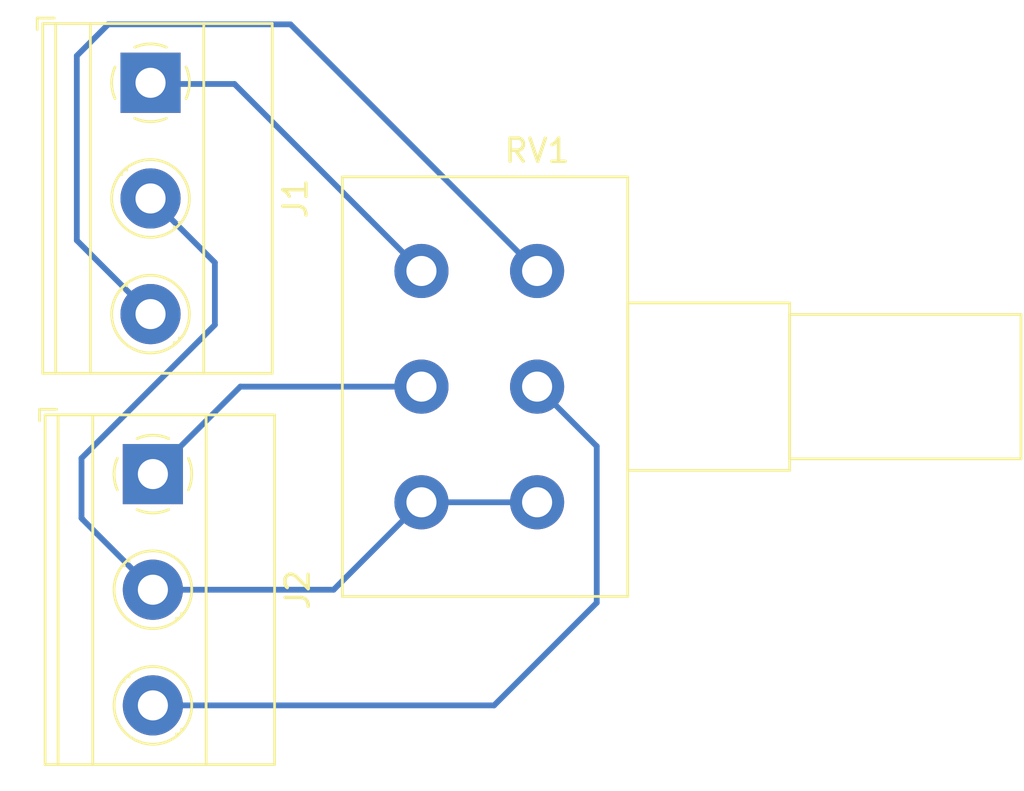
<source format=kicad_pcb>
(kicad_pcb (version 20211014) (generator pcbnew)
  (layers (0 "F.Cu" signal) (31 "B.Cu" signal) (34 "B.Paste" user) (35 "F.Paste" user) (36 "B.SilkS" user "B.Silkscreen") (37 "F.SilkS" user "F.Silkscreen") (38 "B.Mask" user) (39 "F.Mask" user) (44 "Edge.Cuts" user))
  (net 0 "")
  (net 1 "Net-(J1-Pad1)")
  (net 2 "Net-(J1-Pad2)")
  (net 3 "Net-(J1-Pad3)")
  (net 4 "Net-(J2-Pad3)")
  (net 5 "Net-(J2-Pad1)")
  (footprint "TerminalBlock_Phoenix:TerminalBlock_Phoenix_MKDS-1,5-3_1x03_P5.00mm_Horizontal" (layer "F.Cu") (at 23.1267 21.0058 -90)
    (fp_text reference "J1" (at 5 -6.26 90) (layer "F.SilkS"))
    (fp_text value "Screw_Terminal_01x03")
    (fp_line (start 6.275 -1.069) (end 6.228 -1.023) (layer "F.SilkS") (width 0.12))
    (fp_line (start -2.56 2.6) (end 12.56 2.6) (layer "F.SilkS") (width 0.12))
    (fp_line (start -2.56 -5.261) (end -2.56 4.66) (layer "F.SilkS") (width 0.12))
    (fp_line (start -2.56 -5.261) (end 12.56 -5.261) (layer "F.SilkS") (width 0.12))
    (fp_line (start 8.773 1.023) (end 8.726 1.069) (layer "F.SilkS") (width 0.12))
    (fp_line (start 3.966 1.239) (end 3.931 1.274) (layer "F.SilkS") (width 0.12))
    (fp_line (start -2.56 -2.301) (end 12.56 -2.301) (layer "F.SilkS") (width 0.12))
    (fp_line (start -2.56 4.1) (end 12.56 4.1) (layer "F.SilkS") (width 0.12))
    (fp_line (start 12.56 -5.261) (end 12.56 4.66) (layer "F.SilkS") (width 0.12))
    (fp_line (start -2.56 4.66) (end 12.56 4.66) (layer "F.SilkS") (width 0.12))
    (fp_line (start 8.966 1.239) (end 8.931 1.274) (layer "F.SilkS") (width 0.12))
    (fp_line (start -2.8 4.9) (end -2.3 4.9) (layer "F.SilkS") (width 0.12))
    (fp_line (start 11.275 -1.069) (end 11.228 -1.023) (layer "F.SilkS") (width 0.12))
    (fp_line (start 6.07 -1.275) (end 6.035 -1.239) (layer "F.SilkS") (width 0.12))
    (fp_line (start -2.8 4.16) (end -2.8 4.9) (layer "F.SilkS") (width 0.12))
    (fp_line (start 11.07 -1.275) (end 11.035 -1.239) (layer "F.SilkS") (width 0.12))
    (fp_line (start 3.773 1.023) (end 3.726 1.069) (layer "F.SilkS") (width 0.12))
    (fp_arc (start 0.683318 1.534756) (mid 0.349292 1.643288) (end 0 1.68) (layer "F.SilkS") (width 0.12))
    (fp_arc (start -0.683042 -1.535427) (mid 0.000524 -1.680501) (end 0.684 -1.535) (layer "F.SilkS") (width 0.12))
    (fp_arc (start -1.535427 0.683042) (mid -1.680501 -0.000524) (end -1.535 -0.684) (layer "F.SilkS") (width 0.12))
    (fp_arc (start 0.028805 1.680253) (mid -0.335551 1.646659) (end -0.684 1.535) (layer "F.SilkS") (width 0.12))
    (fp_arc (start 1.535427 -0.683042) (mid 1.680501 0.000524) (end 1.535 0.684) (layer "F.SilkS") (width 0.12))
    (fp_circle (center 5 0) (end 6.68 0) (layer "F.SilkS") (width 0.12) (fill none))
    (fp_circle (center 10 0) (end 11.68 0) (layer "F.SilkS") (width 0.12) (fill none))
    (pad "1" thru_hole rect locked (at 0 0 270) (size 2.6 2.6) (drill 1.3) (layers *.Cu *.Mask) (net 1 "Net-(J1-Pad1)"))
    (pad "2" thru_hole circle locked (at 5 0 270) (size 2.6 2.6) (drill 1.3) (layers *.Cu *.Mask) (net 2 "Net-(J1-Pad2)"))
    (pad "3" thru_hole circle locked (at 10 0 270) (size 2.6 2.6) (drill 1.3) (layers *.Cu *.Mask) (net 3 "Net-(J1-Pad3)"))
  )
  (footprint "TerminalBlock_Phoenix:TerminalBlock_Phoenix_MKDS-1,5-3_1x03_P5.00mm_Horizontal" (layer "F.Cu") (at 23.2283 37.9222 -90)
    (fp_text reference "J2" (at 5 -6.26 90) (layer "F.SilkS"))
    (fp_text value "Screw_Terminal_01x03")
    (fp_line (start -2.56 -5.261) (end -2.56 4.66) (layer "F.SilkS") (width 0.12))
    (fp_line (start -2.56 -2.301) (end 12.56 -2.301) (layer "F.SilkS") (width 0.12))
    (fp_line (start 3.773 1.023) (end 3.726 1.069) (layer "F.SilkS") (width 0.12))
    (fp_line (start 6.07 -1.275) (end 6.035 -1.239) (layer "F.SilkS") (width 0.12))
    (fp_line (start 6.275 -1.069) (end 6.228 -1.023) (layer "F.SilkS") (width 0.12))
    (fp_line (start -2.8 4.16) (end -2.8 4.9) (layer "F.SilkS") (width 0.12))
    (fp_line (start 11.07 -1.275) (end 11.035 -1.239) (layer "F.SilkS") (width 0.12))
    (fp_line (start 8.966 1.239) (end 8.931 1.274) (layer "F.SilkS") (width 0.12))
    (fp_line (start -2.56 4.1) (end 12.56 4.1) (layer "F.SilkS") (width 0.12))
    (fp_line (start 11.275 -1.069) (end 11.228 -1.023) (layer "F.SilkS") (width 0.12))
    (fp_line (start -2.56 4.66) (end 12.56 4.66) (layer "F.SilkS") (width 0.12))
    (fp_line (start -2.56 -5.261) (end 12.56 -5.261) (layer "F.SilkS") (width 0.12))
    (fp_line (start 3.966 1.239) (end 3.931 1.274) (layer "F.SilkS") (width 0.12))
    (fp_line (start -2.8 4.9) (end -2.3 4.9) (layer "F.SilkS") (width 0.12))
    (fp_line (start 8.773 1.023) (end 8.726 1.069) (layer "F.SilkS") (width 0.12))
    (fp_line (start -2.56 2.6) (end 12.56 2.6) (layer "F.SilkS") (width 0.12))
    (fp_line (start 12.56 -5.261) (end 12.56 4.66) (layer "F.SilkS") (width 0.12))
    (fp_arc (start -1.535427 0.683042) (mid -1.680501 -0.000524) (end -1.535 -0.684) (layer "F.SilkS") (width 0.12))
    (fp_arc (start -0.683042 -1.535427) (mid 0.000524 -1.680501) (end 0.684 -1.535) (layer "F.SilkS") (width 0.12))
    (fp_arc (start 0.028805 1.680253) (mid -0.335551 1.646659) (end -0.684 1.535) (layer "F.SilkS") (width 0.12))
    (fp_arc (start 1.535427 -0.683042) (mid 1.680501 0.000524) (end 1.535 0.684) (layer "F.SilkS") (width 0.12))
    (fp_arc (start 0.683318 1.534756) (mid 0.349292 1.643288) (end 0 1.68) (layer "F.SilkS") (width 0.12))
    (fp_circle (center 5 0) (end 6.68 0) (layer "F.SilkS") (width 0.12) (fill none))
    (fp_circle (center 10 0) (end 11.68 0) (layer "F.SilkS") (width 0.12) (fill none))
    (pad "1" thru_hole rect locked (at 0 0 270) (size 2.6 2.6) (drill 1.3) (layers *.Cu *.Mask) (net 5 "Net-(J2-Pad1)"))
    (pad "2" thru_hole circle locked (at 5 0 270) (size 2.6 2.6) (drill 1.3) (layers *.Cu *.Mask) (net 2 "Net-(J1-Pad2)"))
    (pad "3" thru_hole circle locked (at 10 0 270) (size 2.6 2.6) (drill 1.3) (layers *.Cu *.Mask) (net 4 "Net-(J2-Pad3)"))
  )
  (footprint "Potentiometer_THT:Potentiometer_Alps_RK163_Dual_Horizontal" (layer "F.Cu") (at 39.8399 39.1414)
    (fp_text reference "RV1" (at 0 -15.2) (layer "F.SilkS"))
    (fp_text value "R_POT_Dual")
    (fp_line (start 10.92 -8.12) (end 20.92 -8.12) (layer "F.SilkS") (width 0.12))
    (fp_line (start 10.92 -8.12) (end 10.92 -1.879) (layer "F.SilkS") (width 0.12))
    (fp_line (start 10.92 -8.62) (end 10.92 -1.38) (layer "F.SilkS") (width 0.12))
    (fp_line (start 3.92 -8.62) (end 10.92 -8.62) (layer "F.SilkS") (width 0.12))
    (fp_line (start 20.92 -8.12) (end 20.92 -1.879) (layer "F.SilkS") (width 0.12))
    (fp_line (start -8.42 -14.07) (end -8.42 4.07) (layer "F.SilkS") (width 0.12))
    (fp_line (start 3.92 -14.07) (end 3.92 4.07) (layer "F.SilkS") (width 0.12))
    (fp_line (start 3.92 -8.62) (end 3.92 -1.38) (layer "F.SilkS") (width 0.12))
    (fp_line (start 10.92 -1.879) (end 20.92 -1.879) (layer "F.SilkS") (width 0.12))
    (fp_line (start -8.42 4.07) (end 3.92 4.07) (layer "F.SilkS") (width 0.12))
    (fp_line (start 3.92 -1.38) (end 10.92 -1.38) (layer "F.SilkS") (width 0.12))
    (fp_line (start -8.42 -14.07) (end 3.92 -14.07) (layer "F.SilkS") (width 0.12))
    (pad "1" thru_hole circle locked (at 0 0) (size 2.34 2.34) (drill 1.3) (layers *.Cu *.Mask) (net 2 "Net-(J1-Pad2)"))
    (pad "2" thru_hole circle locked (at 0 -5) (size 2.34 2.34) (drill 1.3) (layers *.Cu *.Mask) (net 4 "Net-(J2-Pad3)"))
    (pad "3" thru_hole circle locked (at 0 -10) (size 2.34 2.34) (drill 1.3) (layers *.Cu *.Mask) (net 3 "Net-(J1-Pad3)"))
    (pad "4" thru_hole circle locked (at -5 0) (size 2.34 2.34) (drill 1.3) (layers *.Cu *.Mask) (net 2 "Net-(J1-Pad2)"))
    (pad "5" thru_hole circle locked (at -5 -5) (size 2.34 2.34) (drill 1.3) (layers *.Cu *.Mask) (net 5 "Net-(J2-Pad1)"))
    (pad "6" thru_hole circle locked (at -5 -10) (size 2.34 2.34) (drill 1.3) (layers *.Cu *.Mask) (net 1 "Net-(J1-Pad1)"))
  )
  (segment (start 23.1775 21.0566) (end 23.1267 21.0058) (width 0.25) (layer "B.Cu") (net 1))
  (segment (start 32.5463 26.8478) (end 34.8399 29.1414) (width 0.25) (layer "B.Cu") (net 1))
  (segment (start 26.7551 21.0566) (end 23.1775 21.0566) (width 0.25) (layer "B.Cu") (net 1))
  (segment (start 32.5463 26.8478) (end 26.7551 21.0566) (width 0.25) (layer "B.Cu") (net 1))
  (segment (start 25.908 31.4706) (end 20.1422 37.2364) (width 0.25) (layer "B.Cu") (net 2))
  (segment (start 20.1422 39.8272) (end 20.193 39.878) (width 0.25) (layer "B.Cu") (net 2))
  (segment (start 31.0426 42.9222) (end 23.2283 42.9222) (width 0.25) (layer "B.Cu") (net 2))
  (segment (start 20.193 39.878) (end 20.193 39.8869) (width 0.25) (layer "B.Cu") (net 2))
  (segment (start 34.8399 39.1414) (end 34.8234 39.1414) (width 0.25) (layer "B.Cu") (net 2))
  (segment (start 23.1356 26.0058) (end 25.908 28.7782) (width 0.25) (layer "B.Cu") (net 2))
  (segment (start 25.908 28.7782) (end 25.908 31.4706) (width 0.25) (layer "B.Cu") (net 2))
  (segment (start 23.1267 26.0058) (end 23.1356 26.0058) (width 0.25) (layer "B.Cu") (net 2))
  (segment (start 34.8399 39.1414) (end 39.8399 39.1414) (width 0.25) (layer "B.Cu") (net 2))
  (segment (start 20.193 39.8869) (end 23.2283 42.9222) (width 0.25) (layer "B.Cu") (net 2))
  (segment (start 34.8234 39.1414) (end 31.0426 42.9222) (width 0.25) (layer "B.Cu") (net 2))
  (segment (start 20.1422 37.2364) (end 20.1422 39.8272) (width 0.25) (layer "B.Cu") (net 2))
  (segment (start 23.1267 31.0058) (end 19.939 27.8181) (width 0.25) (layer "B.Cu") (net 3))
  (segment (start 21.2979 18.4785) (end 29.177 18.4785) (width 0.25) (layer "B.Cu") (net 3))
  (segment (start 29.177 18.4785) (end 39.8399 29.1414) (width 0.25) (layer "B.Cu") (net 3))
  (segment (start 19.939 19.8374) (end 21.2979 18.4785) (width 0.25) (layer "B.Cu") (net 3))
  (segment (start 19.939 27.8181) (end 19.939 19.8374) (width 0.25) (layer "B.Cu") (net 3))
  (segment (start 37.9806 47.9222) (end 23.2283 47.9222) (width 0.25) (layer "B.Cu") (net 4))
  (segment (start 39.8399 34.1414) (end 42.418 36.7195) (width 0.25) (layer "B.Cu") (net 4))
  (segment (start 42.418 36.7195) (end 42.418 43.4848) (width 0.25) (layer "B.Cu") (net 4))
  (segment (start 42.418 43.4848) (end 37.9806 47.9222) (width 0.25) (layer "B.Cu") (net 4))
  (segment (start 34.8399 34.1414) (end 27.0091 34.1414) (width 0.25) (layer "B.Cu") (net 5))
  (segment (start 27.0091 34.1414) (end 23.2283 37.9222) (width 0.25) (layer "B.Cu") (net 5))
  (segment (start 22.8727 37.9222) (end 23.2283 37.9222) (width 0.25) (layer "B.Cu") (net 5))
)
</source>
